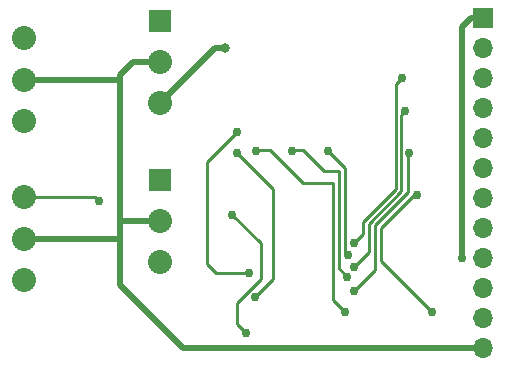
<source format=gbl>
G04 #@! TF.GenerationSoftware,KiCad,Pcbnew,(6.0.0)*
G04 #@! TF.CreationDate,2022-03-05T18:23:28-06:00*
G04 #@! TF.ProjectId,4 Channel Screw term,34204368-616e-46e6-956c-205363726577,rev?*
G04 #@! TF.SameCoordinates,Original*
G04 #@! TF.FileFunction,Copper,L2,Bot*
G04 #@! TF.FilePolarity,Positive*
%FSLAX46Y46*%
G04 Gerber Fmt 4.6, Leading zero omitted, Abs format (unit mm)*
G04 Created by KiCad (PCBNEW (6.0.0)) date 2022-03-05 18:23:28*
%MOMM*%
%LPD*%
G01*
G04 APERTURE LIST*
G04 #@! TA.AperFunction,ComponentPad*
%ADD10C,2.032098*%
G04 #@! TD*
G04 #@! TA.AperFunction,ComponentPad*
%ADD11C,2.032000*%
G04 #@! TD*
G04 #@! TA.AperFunction,ComponentPad*
%ADD12R,1.900000X1.900000*%
G04 #@! TD*
G04 #@! TA.AperFunction,ComponentPad*
%ADD13R,1.700000X1.700000*%
G04 #@! TD*
G04 #@! TA.AperFunction,ComponentPad*
%ADD14O,1.700000X1.700000*%
G04 #@! TD*
G04 #@! TA.AperFunction,ViaPad*
%ADD15C,0.760000*%
G04 #@! TD*
G04 #@! TA.AperFunction,ViaPad*
%ADD16C,0.800000*%
G04 #@! TD*
G04 #@! TA.AperFunction,Conductor*
%ADD17C,0.508000*%
G04 #@! TD*
G04 #@! TA.AperFunction,Conductor*
%ADD18C,0.254000*%
G04 #@! TD*
G04 APERTURE END LIST*
D10*
X146581500Y-85673500D03*
D11*
X146581500Y-82173500D03*
X146581500Y-78673500D03*
X158081500Y-84173500D03*
X158081500Y-80673500D03*
D12*
X158081500Y-77173500D03*
D10*
X146581500Y-72211500D03*
D11*
X146581500Y-68711500D03*
X146581500Y-65211500D03*
X158081500Y-70711500D03*
X158081500Y-67211500D03*
D12*
X158081500Y-63711500D03*
D13*
X185420000Y-63500000D03*
D14*
X185420000Y-66040000D03*
X185420000Y-68580000D03*
X185420000Y-71120000D03*
X185420000Y-73660000D03*
X185420000Y-76200000D03*
X185420000Y-78740000D03*
X185420000Y-81280000D03*
X185420000Y-83820000D03*
X185420000Y-86360000D03*
X185420000Y-88900000D03*
X185420000Y-91440000D03*
D15*
X183642000Y-83820000D03*
X173990000Y-83566000D03*
X172339000Y-74776500D03*
X169291000Y-74776500D03*
X173965764Y-85380354D03*
X173736000Y-88392000D03*
X166243000Y-74776500D03*
D16*
X163576000Y-66040000D03*
D15*
X165608000Y-85090000D03*
X164647500Y-73152000D03*
X166116000Y-87122000D03*
X164592000Y-74930000D03*
X165354000Y-90170000D03*
X164211000Y-80137000D03*
X178562000Y-68580000D03*
X174498000Y-82550000D03*
X178816000Y-71374000D03*
X174498000Y-84582000D03*
X174498000Y-86614000D03*
X179214020Y-74930000D03*
X181102000Y-88392000D03*
X179832000Y-78486000D03*
X152908000Y-78994000D03*
D17*
X154686000Y-68834000D02*
X154686000Y-68326000D01*
X154686000Y-82042000D02*
X154554500Y-82173500D01*
X154686000Y-68834000D02*
X154563500Y-68711500D01*
X184404000Y-63500000D02*
X183642000Y-64262000D01*
X154686000Y-80772000D02*
X154784500Y-80673500D01*
X185420000Y-63500000D02*
X184404000Y-63500000D01*
X154554500Y-82173500D02*
X146581500Y-82173500D01*
X154686000Y-82042000D02*
X154686000Y-80772000D01*
X154686000Y-80772000D02*
X154686000Y-68834000D01*
X154784500Y-80673500D02*
X158081500Y-80673500D01*
X160020000Y-91440000D02*
X154686000Y-86106000D01*
X155800500Y-67211500D02*
X158081500Y-67211500D01*
X185420000Y-91440000D02*
X160020000Y-91440000D01*
X154686000Y-68326000D02*
X155800500Y-67211500D01*
X183642000Y-64262000D02*
X183642000Y-83820000D01*
X154686000Y-86106000D02*
X154686000Y-82042000D01*
X154563500Y-68711500D02*
X146581500Y-68711500D01*
D18*
X172339000Y-74776500D02*
X173736000Y-76173500D01*
X173736000Y-83312000D02*
X173990000Y-83566000D01*
X173736000Y-76173500D02*
X173736000Y-83312000D01*
X173228000Y-84642590D02*
X173228000Y-76454000D01*
X170180000Y-74676000D02*
X169391500Y-74676000D01*
X173228000Y-76454000D02*
X171958000Y-76454000D01*
X171958000Y-76454000D02*
X170180000Y-74676000D01*
X173965764Y-85380354D02*
X173228000Y-84642590D01*
X169391500Y-74676000D02*
X169291000Y-74776500D01*
X173736000Y-88392000D02*
X172720000Y-87376000D01*
X166343500Y-74676000D02*
X166243000Y-74776500D01*
X170180000Y-77470000D02*
X167386000Y-74676000D01*
X172720000Y-77470000D02*
X170180000Y-77470000D01*
X172720000Y-87376000D02*
X172720000Y-77470000D01*
X167386000Y-74676000D02*
X166343500Y-74676000D01*
D17*
X163576000Y-66040000D02*
X162753000Y-66040000D01*
X162753000Y-66040000D02*
X158081500Y-70711500D01*
D18*
X164592000Y-73152000D02*
X162052000Y-75692000D01*
X162814000Y-85090000D02*
X165608000Y-85090000D01*
X162052000Y-75692000D02*
X162052000Y-84328000D01*
X164647500Y-73152000D02*
X164592000Y-73152000D01*
X162052000Y-84328000D02*
X162814000Y-85090000D01*
X167640000Y-77978000D02*
X167640000Y-85598000D01*
X167640000Y-85598000D02*
X166116000Y-87122000D01*
X164592000Y-74930000D02*
X167640000Y-77978000D01*
X164592000Y-89408000D02*
X165354000Y-90170000D01*
X164592000Y-87884000D02*
X164592000Y-89408000D01*
X164211000Y-80137000D02*
X166624000Y-82550000D01*
X164592000Y-87630000D02*
X164592000Y-87884000D01*
X166624000Y-82550000D02*
X166624000Y-85598000D01*
X166624000Y-85598000D02*
X164592000Y-87630000D01*
X178562000Y-68580000D02*
X178054000Y-69088000D01*
X178054000Y-69088000D02*
X178054000Y-77965252D01*
X175260000Y-81788000D02*
X174498000Y-82550000D01*
X175260000Y-80759252D02*
X175260000Y-81788000D01*
X178054000Y-77965252D02*
X175260000Y-80759252D01*
X178507520Y-78153106D02*
X175768000Y-80892626D01*
X175768000Y-83312000D02*
X174498000Y-84582000D01*
X178507520Y-71682480D02*
X178507520Y-78153106D01*
X175768000Y-80892626D02*
X175768000Y-83312000D01*
X178816000Y-71374000D02*
X178507520Y-71682480D01*
X179214020Y-74930000D02*
X179070000Y-75074020D01*
X176330480Y-84781520D02*
X174498000Y-86614000D01*
X176330480Y-80971520D02*
X176330480Y-84781520D01*
X179070000Y-78232000D02*
X176330480Y-80971520D01*
X179070000Y-75074020D02*
X179070000Y-78232000D01*
X179578000Y-78486000D02*
X176784000Y-81280000D01*
X176784000Y-84074000D02*
X181102000Y-88392000D01*
X179832000Y-78486000D02*
X179578000Y-78486000D01*
X176784000Y-81280000D02*
X176784000Y-84074000D01*
X152908000Y-78994000D02*
X152587500Y-78673500D01*
X152587500Y-78673500D02*
X146581500Y-78673500D01*
M02*

</source>
